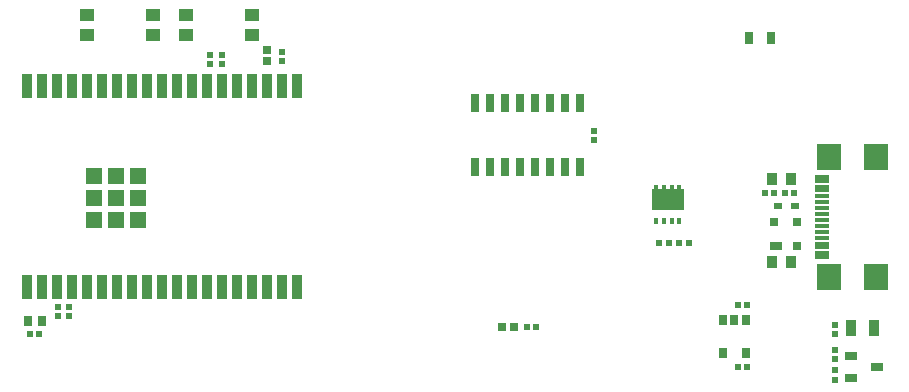
<source format=gtp>
G04*
G04 #@! TF.GenerationSoftware,Altium Limited,Altium Designer,20.1.14 (287)*
G04*
G04 Layer_Color=8421504*
%FSLAX44Y44*%
%MOMM*%
G71*
G04*
G04 #@! TF.SameCoordinates,99A645DD-A7E4-4CA2-B257-33081834DCFA*
G04*
G04*
G04 #@! TF.FilePolarity,Positive*
G04*
G01*
G75*
%ADD12R,1.2500X1.0500*%
%ADD13R,1.1000X0.6500*%
%ADD14R,0.5000X0.5000*%
%ADD15R,0.9500X2.0500*%
%ADD16R,0.9500X1.4500*%
%ADD17R,1.0500X0.7500*%
%ADD18R,0.6500X0.7500*%
%ADD19R,0.5700X0.6100*%
%ADD20R,2.0500X2.2300*%
%ADD21R,1.2000X0.3500*%
%ADD22R,2.8000X1.5200*%
%ADD23R,2.8000X0.3000*%
%ADD24R,0.4500X0.4600*%
%ADD25R,0.4500X0.6000*%
%ADD26R,0.6500X0.9500*%
%ADD27R,0.7000X1.6000*%
%ADD28R,0.7200X0.4700*%
%ADD29R,0.7000X0.7000*%
%ADD30R,0.8000X1.0500*%
%ADD31R,1.3800X1.3800*%
%ADD32R,0.8000X0.9000*%
%ADD33R,0.9500X1.0500*%
%ADD34R,0.6100X0.5700*%
%ADD35R,0.5000X0.5000*%
%ADD36R,0.7000X0.7000*%
D12*
X1503959Y1190973D02*
D03*
Y1207973D02*
D03*
X1559959Y1190973D02*
D03*
Y1207973D02*
D03*
X1420077Y1191206D02*
D03*
Y1208206D02*
D03*
X1476077Y1191206D02*
D03*
Y1208206D02*
D03*
D13*
X2067190Y900675D02*
D03*
X2089190Y910175D02*
D03*
X2067190Y919675D02*
D03*
D14*
X2053107Y946103D02*
D03*
X2053230Y899551D02*
D03*
Y924898D02*
D03*
X2053107Y938103D02*
D03*
X2053230Y916898D02*
D03*
Y907551D02*
D03*
X1395500Y953154D02*
D03*
Y961154D02*
D03*
X1534328Y1174452D02*
D03*
Y1166452D02*
D03*
D15*
X1496643Y978349D02*
D03*
X1369643Y1148349D02*
D03*
X1382343D02*
D03*
X1395043D02*
D03*
X1407743D02*
D03*
X1420443D02*
D03*
X1433143D02*
D03*
X1445843D02*
D03*
X1458543D02*
D03*
X1471243D02*
D03*
X1483943D02*
D03*
X1496643D02*
D03*
X1509343D02*
D03*
X1522043D02*
D03*
X1534743D02*
D03*
X1547443D02*
D03*
X1560143D02*
D03*
X1572843D02*
D03*
X1585543D02*
D03*
X1598243D02*
D03*
Y978349D02*
D03*
X1585543D02*
D03*
X1572843D02*
D03*
X1560143D02*
D03*
X1547443D02*
D03*
X1534743D02*
D03*
X1522043D02*
D03*
X1509343D02*
D03*
X1483943D02*
D03*
X1471243D02*
D03*
X1458543D02*
D03*
X1445843D02*
D03*
X1433143D02*
D03*
X1420443D02*
D03*
X1407743D02*
D03*
X1395043D02*
D03*
X1382343D02*
D03*
X1369643D02*
D03*
D16*
X2086834Y943642D02*
D03*
X2066834D02*
D03*
D17*
X2003954Y1012954D02*
D03*
D18*
X2020954D02*
D03*
Y1032954D02*
D03*
X2001954D02*
D03*
D19*
X1404863Y961210D02*
D03*
Y953410D02*
D03*
X1524725Y1166972D02*
D03*
Y1174772D02*
D03*
X1849562Y1102089D02*
D03*
Y1109889D02*
D03*
X1584962Y1176810D02*
D03*
Y1169010D02*
D03*
D20*
X2048603Y1088420D02*
D03*
Y986220D02*
D03*
X2087903Y1088420D02*
D03*
Y986220D02*
D03*
D21*
X2042853Y1006820D02*
D03*
Y1014820D02*
D03*
Y1019820D02*
D03*
Y1029820D02*
D03*
Y1044820D02*
D03*
Y1054820D02*
D03*
Y1059820D02*
D03*
Y1067820D02*
D03*
Y1070820D02*
D03*
Y1062820D02*
D03*
Y1049820D02*
D03*
Y1039820D02*
D03*
Y1034820D02*
D03*
Y1024820D02*
D03*
Y1011820D02*
D03*
Y1003820D02*
D03*
D22*
X1911986Y1051067D02*
D03*
D23*
Y1059667D02*
D03*
D24*
X1902236Y1062967D02*
D03*
X1908736D02*
D03*
X1915236D02*
D03*
X1921736D02*
D03*
D25*
Y1034267D02*
D03*
X1915236D02*
D03*
X1908736D02*
D03*
X1902236D02*
D03*
D26*
X1977755Y949836D02*
D03*
X1968255D02*
D03*
X1958755D02*
D03*
Y921836D02*
D03*
X1977755D02*
D03*
D27*
X1748489Y1079341D02*
D03*
X1761189D02*
D03*
X1773889D02*
D03*
X1786589D02*
D03*
X1799289D02*
D03*
X1811989D02*
D03*
X1824689D02*
D03*
X1837389D02*
D03*
Y1133841D02*
D03*
X1824689D02*
D03*
X1811989D02*
D03*
X1799289D02*
D03*
X1786589D02*
D03*
X1773889D02*
D03*
X1761189D02*
D03*
X1748489D02*
D03*
D28*
X2005099Y1046879D02*
D03*
X2019599D02*
D03*
D29*
X1781864Y943770D02*
D03*
X1771864D02*
D03*
D30*
X1999410Y1188994D02*
D03*
X1980910D02*
D03*
D31*
X1462993Y1034999D02*
D03*
X1444643D02*
D03*
X1426293D02*
D03*
Y1053349D02*
D03*
Y1071699D02*
D03*
X1444643D02*
D03*
X1462993D02*
D03*
Y1053349D02*
D03*
X1444643D02*
D03*
D32*
X1369989Y949349D02*
D03*
X1382489D02*
D03*
D33*
X2000290Y1069727D02*
D03*
X2016290D02*
D03*
X2000290Y998811D02*
D03*
X2016290D02*
D03*
D34*
X1979010Y962544D02*
D03*
X1971210D02*
D03*
X1979010Y910503D02*
D03*
X1971210D02*
D03*
X2018774Y1057524D02*
D03*
X2010974D02*
D03*
X2001985Y1057302D02*
D03*
X1994185D02*
D03*
X1371973Y938647D02*
D03*
X1379773D02*
D03*
X1800541Y943770D02*
D03*
X1792741D02*
D03*
D35*
X1921809Y1015390D02*
D03*
X1929809D02*
D03*
X1912604D02*
D03*
X1904604D02*
D03*
D36*
X1572699Y1179054D02*
D03*
Y1169054D02*
D03*
M02*

</source>
